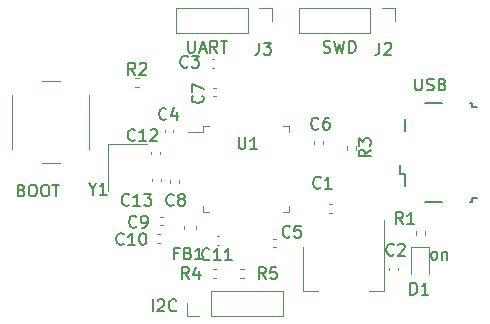
<source format=gbr>
%TF.GenerationSoftware,KiCad,Pcbnew,7.0.2*%
%TF.CreationDate,2023-04-27T00:23:47+05:30*%
%TF.ProjectId,stm32_pcb_design,73746d33-325f-4706-9362-5f6465736967,rev?*%
%TF.SameCoordinates,Original*%
%TF.FileFunction,Legend,Top*%
%TF.FilePolarity,Positive*%
%FSLAX46Y46*%
G04 Gerber Fmt 4.6, Leading zero omitted, Abs format (unit mm)*
G04 Created by KiCad (PCBNEW 7.0.2) date 2023-04-27 00:23:47*
%MOMM*%
%LPD*%
G01*
G04 APERTURE LIST*
%ADD10C,0.150000*%
%ADD11C,0.120000*%
G04 APERTURE END LIST*
D10*
X152015952Y-98415119D02*
X151920714Y-98367500D01*
X151920714Y-98367500D02*
X151873095Y-98319880D01*
X151873095Y-98319880D02*
X151825476Y-98224642D01*
X151825476Y-98224642D02*
X151825476Y-97938928D01*
X151825476Y-97938928D02*
X151873095Y-97843690D01*
X151873095Y-97843690D02*
X151920714Y-97796071D01*
X151920714Y-97796071D02*
X152015952Y-97748452D01*
X152015952Y-97748452D02*
X152158809Y-97748452D01*
X152158809Y-97748452D02*
X152254047Y-97796071D01*
X152254047Y-97796071D02*
X152301666Y-97843690D01*
X152301666Y-97843690D02*
X152349285Y-97938928D01*
X152349285Y-97938928D02*
X152349285Y-98224642D01*
X152349285Y-98224642D02*
X152301666Y-98319880D01*
X152301666Y-98319880D02*
X152254047Y-98367500D01*
X152254047Y-98367500D02*
X152158809Y-98415119D01*
X152158809Y-98415119D02*
X152015952Y-98415119D01*
X152777857Y-97748452D02*
X152777857Y-98415119D01*
X152777857Y-97843690D02*
X152825476Y-97796071D01*
X152825476Y-97796071D02*
X152920714Y-97748452D01*
X152920714Y-97748452D02*
X153063571Y-97748452D01*
X153063571Y-97748452D02*
X153158809Y-97796071D01*
X153158809Y-97796071D02*
X153206428Y-97891309D01*
X153206428Y-97891309D02*
X153206428Y-98415119D01*
X150479095Y-83104019D02*
X150479095Y-83913542D01*
X150479095Y-83913542D02*
X150526714Y-84008780D01*
X150526714Y-84008780D02*
X150574333Y-84056400D01*
X150574333Y-84056400D02*
X150669571Y-84104019D01*
X150669571Y-84104019D02*
X150860047Y-84104019D01*
X150860047Y-84104019D02*
X150955285Y-84056400D01*
X150955285Y-84056400D02*
X151002904Y-84008780D01*
X151002904Y-84008780D02*
X151050523Y-83913542D01*
X151050523Y-83913542D02*
X151050523Y-83104019D01*
X151479095Y-84056400D02*
X151621952Y-84104019D01*
X151621952Y-84104019D02*
X151860047Y-84104019D01*
X151860047Y-84104019D02*
X151955285Y-84056400D01*
X151955285Y-84056400D02*
X152002904Y-84008780D01*
X152002904Y-84008780D02*
X152050523Y-83913542D01*
X152050523Y-83913542D02*
X152050523Y-83818304D01*
X152050523Y-83818304D02*
X152002904Y-83723066D01*
X152002904Y-83723066D02*
X151955285Y-83675447D01*
X151955285Y-83675447D02*
X151860047Y-83627828D01*
X151860047Y-83627828D02*
X151669571Y-83580209D01*
X151669571Y-83580209D02*
X151574333Y-83532590D01*
X151574333Y-83532590D02*
X151526714Y-83484971D01*
X151526714Y-83484971D02*
X151479095Y-83389733D01*
X151479095Y-83389733D02*
X151479095Y-83294495D01*
X151479095Y-83294495D02*
X151526714Y-83199257D01*
X151526714Y-83199257D02*
X151574333Y-83151638D01*
X151574333Y-83151638D02*
X151669571Y-83104019D01*
X151669571Y-83104019D02*
X151907666Y-83104019D01*
X151907666Y-83104019D02*
X152050523Y-83151638D01*
X152812428Y-83580209D02*
X152955285Y-83627828D01*
X152955285Y-83627828D02*
X153002904Y-83675447D01*
X153002904Y-83675447D02*
X153050523Y-83770685D01*
X153050523Y-83770685D02*
X153050523Y-83913542D01*
X153050523Y-83913542D02*
X153002904Y-84008780D01*
X153002904Y-84008780D02*
X152955285Y-84056400D01*
X152955285Y-84056400D02*
X152860047Y-84104019D01*
X152860047Y-84104019D02*
X152479095Y-84104019D01*
X152479095Y-84104019D02*
X152479095Y-83104019D01*
X152479095Y-83104019D02*
X152812428Y-83104019D01*
X152812428Y-83104019D02*
X152907666Y-83151638D01*
X152907666Y-83151638D02*
X152955285Y-83199257D01*
X152955285Y-83199257D02*
X153002904Y-83294495D01*
X153002904Y-83294495D02*
X153002904Y-83389733D01*
X153002904Y-83389733D02*
X152955285Y-83484971D01*
X152955285Y-83484971D02*
X152907666Y-83532590D01*
X152907666Y-83532590D02*
X152812428Y-83580209D01*
X152812428Y-83580209D02*
X152479095Y-83580209D01*
X117157428Y-92546409D02*
X117300285Y-92594028D01*
X117300285Y-92594028D02*
X117347904Y-92641647D01*
X117347904Y-92641647D02*
X117395523Y-92736885D01*
X117395523Y-92736885D02*
X117395523Y-92879742D01*
X117395523Y-92879742D02*
X117347904Y-92974980D01*
X117347904Y-92974980D02*
X117300285Y-93022600D01*
X117300285Y-93022600D02*
X117205047Y-93070219D01*
X117205047Y-93070219D02*
X116824095Y-93070219D01*
X116824095Y-93070219D02*
X116824095Y-92070219D01*
X116824095Y-92070219D02*
X117157428Y-92070219D01*
X117157428Y-92070219D02*
X117252666Y-92117838D01*
X117252666Y-92117838D02*
X117300285Y-92165457D01*
X117300285Y-92165457D02*
X117347904Y-92260695D01*
X117347904Y-92260695D02*
X117347904Y-92355933D01*
X117347904Y-92355933D02*
X117300285Y-92451171D01*
X117300285Y-92451171D02*
X117252666Y-92498790D01*
X117252666Y-92498790D02*
X117157428Y-92546409D01*
X117157428Y-92546409D02*
X116824095Y-92546409D01*
X118014571Y-92070219D02*
X118205047Y-92070219D01*
X118205047Y-92070219D02*
X118300285Y-92117838D01*
X118300285Y-92117838D02*
X118395523Y-92213076D01*
X118395523Y-92213076D02*
X118443142Y-92403552D01*
X118443142Y-92403552D02*
X118443142Y-92736885D01*
X118443142Y-92736885D02*
X118395523Y-92927361D01*
X118395523Y-92927361D02*
X118300285Y-93022600D01*
X118300285Y-93022600D02*
X118205047Y-93070219D01*
X118205047Y-93070219D02*
X118014571Y-93070219D01*
X118014571Y-93070219D02*
X117919333Y-93022600D01*
X117919333Y-93022600D02*
X117824095Y-92927361D01*
X117824095Y-92927361D02*
X117776476Y-92736885D01*
X117776476Y-92736885D02*
X117776476Y-92403552D01*
X117776476Y-92403552D02*
X117824095Y-92213076D01*
X117824095Y-92213076D02*
X117919333Y-92117838D01*
X117919333Y-92117838D02*
X118014571Y-92070219D01*
X119062190Y-92070219D02*
X119252666Y-92070219D01*
X119252666Y-92070219D02*
X119347904Y-92117838D01*
X119347904Y-92117838D02*
X119443142Y-92213076D01*
X119443142Y-92213076D02*
X119490761Y-92403552D01*
X119490761Y-92403552D02*
X119490761Y-92736885D01*
X119490761Y-92736885D02*
X119443142Y-92927361D01*
X119443142Y-92927361D02*
X119347904Y-93022600D01*
X119347904Y-93022600D02*
X119252666Y-93070219D01*
X119252666Y-93070219D02*
X119062190Y-93070219D01*
X119062190Y-93070219D02*
X118966952Y-93022600D01*
X118966952Y-93022600D02*
X118871714Y-92927361D01*
X118871714Y-92927361D02*
X118824095Y-92736885D01*
X118824095Y-92736885D02*
X118824095Y-92403552D01*
X118824095Y-92403552D02*
X118871714Y-92213076D01*
X118871714Y-92213076D02*
X118966952Y-92117838D01*
X118966952Y-92117838D02*
X119062190Y-92070219D01*
X119776476Y-92070219D02*
X120347904Y-92070219D01*
X120062190Y-93070219D02*
X120062190Y-92070219D01*
X128254095Y-102798419D02*
X128254095Y-101798419D01*
X128682666Y-101893657D02*
X128730285Y-101846038D01*
X128730285Y-101846038D02*
X128825523Y-101798419D01*
X128825523Y-101798419D02*
X129063618Y-101798419D01*
X129063618Y-101798419D02*
X129158856Y-101846038D01*
X129158856Y-101846038D02*
X129206475Y-101893657D01*
X129206475Y-101893657D02*
X129254094Y-101988895D01*
X129254094Y-101988895D02*
X129254094Y-102084133D01*
X129254094Y-102084133D02*
X129206475Y-102226990D01*
X129206475Y-102226990D02*
X128635047Y-102798419D01*
X128635047Y-102798419D02*
X129254094Y-102798419D01*
X130254094Y-102703180D02*
X130206475Y-102750800D01*
X130206475Y-102750800D02*
X130063618Y-102798419D01*
X130063618Y-102798419D02*
X129968380Y-102798419D01*
X129968380Y-102798419D02*
X129825523Y-102750800D01*
X129825523Y-102750800D02*
X129730285Y-102655561D01*
X129730285Y-102655561D02*
X129682666Y-102560323D01*
X129682666Y-102560323D02*
X129635047Y-102369847D01*
X129635047Y-102369847D02*
X129635047Y-102226990D01*
X129635047Y-102226990D02*
X129682666Y-102036514D01*
X129682666Y-102036514D02*
X129730285Y-101941276D01*
X129730285Y-101941276D02*
X129825523Y-101846038D01*
X129825523Y-101846038D02*
X129968380Y-101798419D01*
X129968380Y-101798419D02*
X130063618Y-101798419D01*
X130063618Y-101798419D02*
X130206475Y-101846038D01*
X130206475Y-101846038D02*
X130254094Y-101893657D01*
X131251295Y-79903619D02*
X131251295Y-80713142D01*
X131251295Y-80713142D02*
X131298914Y-80808380D01*
X131298914Y-80808380D02*
X131346533Y-80856000D01*
X131346533Y-80856000D02*
X131441771Y-80903619D01*
X131441771Y-80903619D02*
X131632247Y-80903619D01*
X131632247Y-80903619D02*
X131727485Y-80856000D01*
X131727485Y-80856000D02*
X131775104Y-80808380D01*
X131775104Y-80808380D02*
X131822723Y-80713142D01*
X131822723Y-80713142D02*
X131822723Y-79903619D01*
X132251295Y-80617904D02*
X132727485Y-80617904D01*
X132156057Y-80903619D02*
X132489390Y-79903619D01*
X132489390Y-79903619D02*
X132822723Y-80903619D01*
X133727485Y-80903619D02*
X133394152Y-80427428D01*
X133156057Y-80903619D02*
X133156057Y-79903619D01*
X133156057Y-79903619D02*
X133537009Y-79903619D01*
X133537009Y-79903619D02*
X133632247Y-79951238D01*
X133632247Y-79951238D02*
X133679866Y-79998857D01*
X133679866Y-79998857D02*
X133727485Y-80094095D01*
X133727485Y-80094095D02*
X133727485Y-80236952D01*
X133727485Y-80236952D02*
X133679866Y-80332190D01*
X133679866Y-80332190D02*
X133632247Y-80379809D01*
X133632247Y-80379809D02*
X133537009Y-80427428D01*
X133537009Y-80427428D02*
X133156057Y-80427428D01*
X134013200Y-79903619D02*
X134584628Y-79903619D01*
X134298914Y-80903619D02*
X134298914Y-79903619D01*
X142735276Y-80856000D02*
X142878133Y-80903619D01*
X142878133Y-80903619D02*
X143116228Y-80903619D01*
X143116228Y-80903619D02*
X143211466Y-80856000D01*
X143211466Y-80856000D02*
X143259085Y-80808380D01*
X143259085Y-80808380D02*
X143306704Y-80713142D01*
X143306704Y-80713142D02*
X143306704Y-80617904D01*
X143306704Y-80617904D02*
X143259085Y-80522666D01*
X143259085Y-80522666D02*
X143211466Y-80475047D01*
X143211466Y-80475047D02*
X143116228Y-80427428D01*
X143116228Y-80427428D02*
X142925752Y-80379809D01*
X142925752Y-80379809D02*
X142830514Y-80332190D01*
X142830514Y-80332190D02*
X142782895Y-80284571D01*
X142782895Y-80284571D02*
X142735276Y-80189333D01*
X142735276Y-80189333D02*
X142735276Y-80094095D01*
X142735276Y-80094095D02*
X142782895Y-79998857D01*
X142782895Y-79998857D02*
X142830514Y-79951238D01*
X142830514Y-79951238D02*
X142925752Y-79903619D01*
X142925752Y-79903619D02*
X143163847Y-79903619D01*
X143163847Y-79903619D02*
X143306704Y-79951238D01*
X143640038Y-79903619D02*
X143878133Y-80903619D01*
X143878133Y-80903619D02*
X144068609Y-80189333D01*
X144068609Y-80189333D02*
X144259085Y-80903619D01*
X144259085Y-80903619D02*
X144497181Y-79903619D01*
X144878133Y-80903619D02*
X144878133Y-79903619D01*
X144878133Y-79903619D02*
X145116228Y-79903619D01*
X145116228Y-79903619D02*
X145259085Y-79951238D01*
X145259085Y-79951238D02*
X145354323Y-80046476D01*
X145354323Y-80046476D02*
X145401942Y-80141714D01*
X145401942Y-80141714D02*
X145449561Y-80332190D01*
X145449561Y-80332190D02*
X145449561Y-80475047D01*
X145449561Y-80475047D02*
X145401942Y-80665523D01*
X145401942Y-80665523D02*
X145354323Y-80760761D01*
X145354323Y-80760761D02*
X145259085Y-80856000D01*
X145259085Y-80856000D02*
X145116228Y-80903619D01*
X145116228Y-80903619D02*
X144878133Y-80903619D01*
%TO.C,C7*%
X132475380Y-84545466D02*
X132523000Y-84593085D01*
X132523000Y-84593085D02*
X132570619Y-84735942D01*
X132570619Y-84735942D02*
X132570619Y-84831180D01*
X132570619Y-84831180D02*
X132523000Y-84974037D01*
X132523000Y-84974037D02*
X132427761Y-85069275D01*
X132427761Y-85069275D02*
X132332523Y-85116894D01*
X132332523Y-85116894D02*
X132142047Y-85164513D01*
X132142047Y-85164513D02*
X131999190Y-85164513D01*
X131999190Y-85164513D02*
X131808714Y-85116894D01*
X131808714Y-85116894D02*
X131713476Y-85069275D01*
X131713476Y-85069275D02*
X131618238Y-84974037D01*
X131618238Y-84974037D02*
X131570619Y-84831180D01*
X131570619Y-84831180D02*
X131570619Y-84735942D01*
X131570619Y-84735942D02*
X131618238Y-84593085D01*
X131618238Y-84593085D02*
X131665857Y-84545466D01*
X131570619Y-84212132D02*
X131570619Y-83545466D01*
X131570619Y-83545466D02*
X132570619Y-83974037D01*
%TO.C,C6*%
X142301933Y-87311580D02*
X142254314Y-87359200D01*
X142254314Y-87359200D02*
X142111457Y-87406819D01*
X142111457Y-87406819D02*
X142016219Y-87406819D01*
X142016219Y-87406819D02*
X141873362Y-87359200D01*
X141873362Y-87359200D02*
X141778124Y-87263961D01*
X141778124Y-87263961D02*
X141730505Y-87168723D01*
X141730505Y-87168723D02*
X141682886Y-86978247D01*
X141682886Y-86978247D02*
X141682886Y-86835390D01*
X141682886Y-86835390D02*
X141730505Y-86644914D01*
X141730505Y-86644914D02*
X141778124Y-86549676D01*
X141778124Y-86549676D02*
X141873362Y-86454438D01*
X141873362Y-86454438D02*
X142016219Y-86406819D01*
X142016219Y-86406819D02*
X142111457Y-86406819D01*
X142111457Y-86406819D02*
X142254314Y-86454438D01*
X142254314Y-86454438D02*
X142301933Y-86502057D01*
X143159076Y-86406819D02*
X142968600Y-86406819D01*
X142968600Y-86406819D02*
X142873362Y-86454438D01*
X142873362Y-86454438D02*
X142825743Y-86502057D01*
X142825743Y-86502057D02*
X142730505Y-86644914D01*
X142730505Y-86644914D02*
X142682886Y-86835390D01*
X142682886Y-86835390D02*
X142682886Y-87216342D01*
X142682886Y-87216342D02*
X142730505Y-87311580D01*
X142730505Y-87311580D02*
X142778124Y-87359200D01*
X142778124Y-87359200D02*
X142873362Y-87406819D01*
X142873362Y-87406819D02*
X143063838Y-87406819D01*
X143063838Y-87406819D02*
X143159076Y-87359200D01*
X143159076Y-87359200D02*
X143206695Y-87311580D01*
X143206695Y-87311580D02*
X143254314Y-87216342D01*
X143254314Y-87216342D02*
X143254314Y-86978247D01*
X143254314Y-86978247D02*
X143206695Y-86883009D01*
X143206695Y-86883009D02*
X143159076Y-86835390D01*
X143159076Y-86835390D02*
X143063838Y-86787771D01*
X143063838Y-86787771D02*
X142873362Y-86787771D01*
X142873362Y-86787771D02*
X142778124Y-86835390D01*
X142778124Y-86835390D02*
X142730505Y-86883009D01*
X142730505Y-86883009D02*
X142682886Y-86978247D01*
%TO.C,C5*%
X139888933Y-96455580D02*
X139841314Y-96503200D01*
X139841314Y-96503200D02*
X139698457Y-96550819D01*
X139698457Y-96550819D02*
X139603219Y-96550819D01*
X139603219Y-96550819D02*
X139460362Y-96503200D01*
X139460362Y-96503200D02*
X139365124Y-96407961D01*
X139365124Y-96407961D02*
X139317505Y-96312723D01*
X139317505Y-96312723D02*
X139269886Y-96122247D01*
X139269886Y-96122247D02*
X139269886Y-95979390D01*
X139269886Y-95979390D02*
X139317505Y-95788914D01*
X139317505Y-95788914D02*
X139365124Y-95693676D01*
X139365124Y-95693676D02*
X139460362Y-95598438D01*
X139460362Y-95598438D02*
X139603219Y-95550819D01*
X139603219Y-95550819D02*
X139698457Y-95550819D01*
X139698457Y-95550819D02*
X139841314Y-95598438D01*
X139841314Y-95598438D02*
X139888933Y-95646057D01*
X140793695Y-95550819D02*
X140317505Y-95550819D01*
X140317505Y-95550819D02*
X140269886Y-96027009D01*
X140269886Y-96027009D02*
X140317505Y-95979390D01*
X140317505Y-95979390D02*
X140412743Y-95931771D01*
X140412743Y-95931771D02*
X140650838Y-95931771D01*
X140650838Y-95931771D02*
X140746076Y-95979390D01*
X140746076Y-95979390D02*
X140793695Y-96027009D01*
X140793695Y-96027009D02*
X140841314Y-96122247D01*
X140841314Y-96122247D02*
X140841314Y-96360342D01*
X140841314Y-96360342D02*
X140793695Y-96455580D01*
X140793695Y-96455580D02*
X140746076Y-96503200D01*
X140746076Y-96503200D02*
X140650838Y-96550819D01*
X140650838Y-96550819D02*
X140412743Y-96550819D01*
X140412743Y-96550819D02*
X140317505Y-96503200D01*
X140317505Y-96503200D02*
X140269886Y-96455580D01*
%TO.C,Y1*%
X123171009Y-92442428D02*
X123171009Y-92918619D01*
X122837676Y-91918619D02*
X123171009Y-92442428D01*
X123171009Y-92442428D02*
X123504342Y-91918619D01*
X124361485Y-92918619D02*
X123790057Y-92918619D01*
X124075771Y-92918619D02*
X124075771Y-91918619D01*
X124075771Y-91918619D02*
X123980533Y-92061476D01*
X123980533Y-92061476D02*
X123885295Y-92156714D01*
X123885295Y-92156714D02*
X123790057Y-92204333D01*
%TO.C,U1*%
X135534495Y-88057819D02*
X135534495Y-88867342D01*
X135534495Y-88867342D02*
X135582114Y-88962580D01*
X135582114Y-88962580D02*
X135629733Y-89010200D01*
X135629733Y-89010200D02*
X135724971Y-89057819D01*
X135724971Y-89057819D02*
X135915447Y-89057819D01*
X135915447Y-89057819D02*
X136010685Y-89010200D01*
X136010685Y-89010200D02*
X136058304Y-88962580D01*
X136058304Y-88962580D02*
X136105923Y-88867342D01*
X136105923Y-88867342D02*
X136105923Y-88057819D01*
X137105923Y-89057819D02*
X136534495Y-89057819D01*
X136820209Y-89057819D02*
X136820209Y-88057819D01*
X136820209Y-88057819D02*
X136724971Y-88200676D01*
X136724971Y-88200676D02*
X136629733Y-88295914D01*
X136629733Y-88295914D02*
X136534495Y-88343533D01*
%TO.C,R5*%
X137833333Y-100062619D02*
X137500000Y-99586428D01*
X137261905Y-100062619D02*
X137261905Y-99062619D01*
X137261905Y-99062619D02*
X137642857Y-99062619D01*
X137642857Y-99062619D02*
X137738095Y-99110238D01*
X137738095Y-99110238D02*
X137785714Y-99157857D01*
X137785714Y-99157857D02*
X137833333Y-99253095D01*
X137833333Y-99253095D02*
X137833333Y-99395952D01*
X137833333Y-99395952D02*
X137785714Y-99491190D01*
X137785714Y-99491190D02*
X137738095Y-99538809D01*
X137738095Y-99538809D02*
X137642857Y-99586428D01*
X137642857Y-99586428D02*
X137261905Y-99586428D01*
X138738095Y-99062619D02*
X138261905Y-99062619D01*
X138261905Y-99062619D02*
X138214286Y-99538809D01*
X138214286Y-99538809D02*
X138261905Y-99491190D01*
X138261905Y-99491190D02*
X138357143Y-99443571D01*
X138357143Y-99443571D02*
X138595238Y-99443571D01*
X138595238Y-99443571D02*
X138690476Y-99491190D01*
X138690476Y-99491190D02*
X138738095Y-99538809D01*
X138738095Y-99538809D02*
X138785714Y-99634047D01*
X138785714Y-99634047D02*
X138785714Y-99872142D01*
X138785714Y-99872142D02*
X138738095Y-99967380D01*
X138738095Y-99967380D02*
X138690476Y-100015000D01*
X138690476Y-100015000D02*
X138595238Y-100062619D01*
X138595238Y-100062619D02*
X138357143Y-100062619D01*
X138357143Y-100062619D02*
X138261905Y-100015000D01*
X138261905Y-100015000D02*
X138214286Y-99967380D01*
%TO.C,R4*%
X131333333Y-100062619D02*
X131000000Y-99586428D01*
X130761905Y-100062619D02*
X130761905Y-99062619D01*
X130761905Y-99062619D02*
X131142857Y-99062619D01*
X131142857Y-99062619D02*
X131238095Y-99110238D01*
X131238095Y-99110238D02*
X131285714Y-99157857D01*
X131285714Y-99157857D02*
X131333333Y-99253095D01*
X131333333Y-99253095D02*
X131333333Y-99395952D01*
X131333333Y-99395952D02*
X131285714Y-99491190D01*
X131285714Y-99491190D02*
X131238095Y-99538809D01*
X131238095Y-99538809D02*
X131142857Y-99586428D01*
X131142857Y-99586428D02*
X130761905Y-99586428D01*
X132190476Y-99395952D02*
X132190476Y-100062619D01*
X131952381Y-99015000D02*
X131714286Y-99729285D01*
X131714286Y-99729285D02*
X132333333Y-99729285D01*
%TO.C,R1*%
X149439333Y-95407819D02*
X149106000Y-94931628D01*
X148867905Y-95407819D02*
X148867905Y-94407819D01*
X148867905Y-94407819D02*
X149248857Y-94407819D01*
X149248857Y-94407819D02*
X149344095Y-94455438D01*
X149344095Y-94455438D02*
X149391714Y-94503057D01*
X149391714Y-94503057D02*
X149439333Y-94598295D01*
X149439333Y-94598295D02*
X149439333Y-94741152D01*
X149439333Y-94741152D02*
X149391714Y-94836390D01*
X149391714Y-94836390D02*
X149344095Y-94884009D01*
X149344095Y-94884009D02*
X149248857Y-94931628D01*
X149248857Y-94931628D02*
X148867905Y-94931628D01*
X150391714Y-95407819D02*
X149820286Y-95407819D01*
X150106000Y-95407819D02*
X150106000Y-94407819D01*
X150106000Y-94407819D02*
X150010762Y-94550676D01*
X150010762Y-94550676D02*
X149915524Y-94645914D01*
X149915524Y-94645914D02*
X149820286Y-94693533D01*
%TO.C,R3*%
X146717419Y-89119466D02*
X146241228Y-89452799D01*
X146717419Y-89690894D02*
X145717419Y-89690894D01*
X145717419Y-89690894D02*
X145717419Y-89309942D01*
X145717419Y-89309942D02*
X145765038Y-89214704D01*
X145765038Y-89214704D02*
X145812657Y-89167085D01*
X145812657Y-89167085D02*
X145907895Y-89119466D01*
X145907895Y-89119466D02*
X146050752Y-89119466D01*
X146050752Y-89119466D02*
X146145990Y-89167085D01*
X146145990Y-89167085D02*
X146193609Y-89214704D01*
X146193609Y-89214704D02*
X146241228Y-89309942D01*
X146241228Y-89309942D02*
X146241228Y-89690894D01*
X145717419Y-88786132D02*
X145717419Y-88167085D01*
X145717419Y-88167085D02*
X146098371Y-88500418D01*
X146098371Y-88500418D02*
X146098371Y-88357561D01*
X146098371Y-88357561D02*
X146145990Y-88262323D01*
X146145990Y-88262323D02*
X146193609Y-88214704D01*
X146193609Y-88214704D02*
X146288847Y-88167085D01*
X146288847Y-88167085D02*
X146526942Y-88167085D01*
X146526942Y-88167085D02*
X146622180Y-88214704D01*
X146622180Y-88214704D02*
X146669800Y-88262323D01*
X146669800Y-88262323D02*
X146717419Y-88357561D01*
X146717419Y-88357561D02*
X146717419Y-88643275D01*
X146717419Y-88643275D02*
X146669800Y-88738513D01*
X146669800Y-88738513D02*
X146622180Y-88786132D01*
%TO.C,R2*%
X126784533Y-82757019D02*
X126451200Y-82280828D01*
X126213105Y-82757019D02*
X126213105Y-81757019D01*
X126213105Y-81757019D02*
X126594057Y-81757019D01*
X126594057Y-81757019D02*
X126689295Y-81804638D01*
X126689295Y-81804638D02*
X126736914Y-81852257D01*
X126736914Y-81852257D02*
X126784533Y-81947495D01*
X126784533Y-81947495D02*
X126784533Y-82090352D01*
X126784533Y-82090352D02*
X126736914Y-82185590D01*
X126736914Y-82185590D02*
X126689295Y-82233209D01*
X126689295Y-82233209D02*
X126594057Y-82280828D01*
X126594057Y-82280828D02*
X126213105Y-82280828D01*
X127165486Y-81852257D02*
X127213105Y-81804638D01*
X127213105Y-81804638D02*
X127308343Y-81757019D01*
X127308343Y-81757019D02*
X127546438Y-81757019D01*
X127546438Y-81757019D02*
X127641676Y-81804638D01*
X127641676Y-81804638D02*
X127689295Y-81852257D01*
X127689295Y-81852257D02*
X127736914Y-81947495D01*
X127736914Y-81947495D02*
X127736914Y-82042733D01*
X127736914Y-82042733D02*
X127689295Y-82185590D01*
X127689295Y-82185590D02*
X127117867Y-82757019D01*
X127117867Y-82757019D02*
X127736914Y-82757019D01*
%TO.C,J3*%
X137266666Y-80062619D02*
X137266666Y-80776904D01*
X137266666Y-80776904D02*
X137219047Y-80919761D01*
X137219047Y-80919761D02*
X137123809Y-81015000D01*
X137123809Y-81015000D02*
X136980952Y-81062619D01*
X136980952Y-81062619D02*
X136885714Y-81062619D01*
X137647619Y-80062619D02*
X138266666Y-80062619D01*
X138266666Y-80062619D02*
X137933333Y-80443571D01*
X137933333Y-80443571D02*
X138076190Y-80443571D01*
X138076190Y-80443571D02*
X138171428Y-80491190D01*
X138171428Y-80491190D02*
X138219047Y-80538809D01*
X138219047Y-80538809D02*
X138266666Y-80634047D01*
X138266666Y-80634047D02*
X138266666Y-80872142D01*
X138266666Y-80872142D02*
X138219047Y-80967380D01*
X138219047Y-80967380D02*
X138171428Y-81015000D01*
X138171428Y-81015000D02*
X138076190Y-81062619D01*
X138076190Y-81062619D02*
X137790476Y-81062619D01*
X137790476Y-81062619D02*
X137695238Y-81015000D01*
X137695238Y-81015000D02*
X137647619Y-80967380D01*
%TO.C,J2*%
X147466666Y-80062619D02*
X147466666Y-80776904D01*
X147466666Y-80776904D02*
X147419047Y-80919761D01*
X147419047Y-80919761D02*
X147323809Y-81015000D01*
X147323809Y-81015000D02*
X147180952Y-81062619D01*
X147180952Y-81062619D02*
X147085714Y-81062619D01*
X147895238Y-80157857D02*
X147942857Y-80110238D01*
X147942857Y-80110238D02*
X148038095Y-80062619D01*
X148038095Y-80062619D02*
X148276190Y-80062619D01*
X148276190Y-80062619D02*
X148371428Y-80110238D01*
X148371428Y-80110238D02*
X148419047Y-80157857D01*
X148419047Y-80157857D02*
X148466666Y-80253095D01*
X148466666Y-80253095D02*
X148466666Y-80348333D01*
X148466666Y-80348333D02*
X148419047Y-80491190D01*
X148419047Y-80491190D02*
X147847619Y-81062619D01*
X147847619Y-81062619D02*
X148466666Y-81062619D01*
%TO.C,FB1*%
X130408466Y-97881209D02*
X130075133Y-97881209D01*
X130075133Y-98405019D02*
X130075133Y-97405019D01*
X130075133Y-97405019D02*
X130551323Y-97405019D01*
X131265609Y-97881209D02*
X131408466Y-97928828D01*
X131408466Y-97928828D02*
X131456085Y-97976447D01*
X131456085Y-97976447D02*
X131503704Y-98071685D01*
X131503704Y-98071685D02*
X131503704Y-98214542D01*
X131503704Y-98214542D02*
X131456085Y-98309780D01*
X131456085Y-98309780D02*
X131408466Y-98357400D01*
X131408466Y-98357400D02*
X131313228Y-98405019D01*
X131313228Y-98405019D02*
X130932276Y-98405019D01*
X130932276Y-98405019D02*
X130932276Y-97405019D01*
X130932276Y-97405019D02*
X131265609Y-97405019D01*
X131265609Y-97405019D02*
X131360847Y-97452638D01*
X131360847Y-97452638D02*
X131408466Y-97500257D01*
X131408466Y-97500257D02*
X131456085Y-97595495D01*
X131456085Y-97595495D02*
X131456085Y-97690733D01*
X131456085Y-97690733D02*
X131408466Y-97785971D01*
X131408466Y-97785971D02*
X131360847Y-97833590D01*
X131360847Y-97833590D02*
X131265609Y-97881209D01*
X131265609Y-97881209D02*
X130932276Y-97881209D01*
X132456085Y-98405019D02*
X131884657Y-98405019D01*
X132170371Y-98405019D02*
X132170371Y-97405019D01*
X132170371Y-97405019D02*
X132075133Y-97547876D01*
X132075133Y-97547876D02*
X131979895Y-97643114D01*
X131979895Y-97643114D02*
X131884657Y-97690733D01*
%TO.C,D1*%
X150087105Y-101376819D02*
X150087105Y-100376819D01*
X150087105Y-100376819D02*
X150325200Y-100376819D01*
X150325200Y-100376819D02*
X150468057Y-100424438D01*
X150468057Y-100424438D02*
X150563295Y-100519676D01*
X150563295Y-100519676D02*
X150610914Y-100614914D01*
X150610914Y-100614914D02*
X150658533Y-100805390D01*
X150658533Y-100805390D02*
X150658533Y-100948247D01*
X150658533Y-100948247D02*
X150610914Y-101138723D01*
X150610914Y-101138723D02*
X150563295Y-101233961D01*
X150563295Y-101233961D02*
X150468057Y-101329200D01*
X150468057Y-101329200D02*
X150325200Y-101376819D01*
X150325200Y-101376819D02*
X150087105Y-101376819D01*
X151610914Y-101376819D02*
X151039486Y-101376819D01*
X151325200Y-101376819D02*
X151325200Y-100376819D01*
X151325200Y-100376819D02*
X151229962Y-100519676D01*
X151229962Y-100519676D02*
X151134724Y-100614914D01*
X151134724Y-100614914D02*
X151039486Y-100662533D01*
%TO.C,C2*%
X148674133Y-97979780D02*
X148626514Y-98027400D01*
X148626514Y-98027400D02*
X148483657Y-98075019D01*
X148483657Y-98075019D02*
X148388419Y-98075019D01*
X148388419Y-98075019D02*
X148245562Y-98027400D01*
X148245562Y-98027400D02*
X148150324Y-97932161D01*
X148150324Y-97932161D02*
X148102705Y-97836923D01*
X148102705Y-97836923D02*
X148055086Y-97646447D01*
X148055086Y-97646447D02*
X148055086Y-97503590D01*
X148055086Y-97503590D02*
X148102705Y-97313114D01*
X148102705Y-97313114D02*
X148150324Y-97217876D01*
X148150324Y-97217876D02*
X148245562Y-97122638D01*
X148245562Y-97122638D02*
X148388419Y-97075019D01*
X148388419Y-97075019D02*
X148483657Y-97075019D01*
X148483657Y-97075019D02*
X148626514Y-97122638D01*
X148626514Y-97122638D02*
X148674133Y-97170257D01*
X149055086Y-97170257D02*
X149102705Y-97122638D01*
X149102705Y-97122638D02*
X149197943Y-97075019D01*
X149197943Y-97075019D02*
X149436038Y-97075019D01*
X149436038Y-97075019D02*
X149531276Y-97122638D01*
X149531276Y-97122638D02*
X149578895Y-97170257D01*
X149578895Y-97170257D02*
X149626514Y-97265495D01*
X149626514Y-97265495D02*
X149626514Y-97360733D01*
X149626514Y-97360733D02*
X149578895Y-97503590D01*
X149578895Y-97503590D02*
X149007467Y-98075019D01*
X149007467Y-98075019D02*
X149626514Y-98075019D01*
%TO.C,C1*%
X142482333Y-92315380D02*
X142434714Y-92363000D01*
X142434714Y-92363000D02*
X142291857Y-92410619D01*
X142291857Y-92410619D02*
X142196619Y-92410619D01*
X142196619Y-92410619D02*
X142053762Y-92363000D01*
X142053762Y-92363000D02*
X141958524Y-92267761D01*
X141958524Y-92267761D02*
X141910905Y-92172523D01*
X141910905Y-92172523D02*
X141863286Y-91982047D01*
X141863286Y-91982047D02*
X141863286Y-91839190D01*
X141863286Y-91839190D02*
X141910905Y-91648714D01*
X141910905Y-91648714D02*
X141958524Y-91553476D01*
X141958524Y-91553476D02*
X142053762Y-91458238D01*
X142053762Y-91458238D02*
X142196619Y-91410619D01*
X142196619Y-91410619D02*
X142291857Y-91410619D01*
X142291857Y-91410619D02*
X142434714Y-91458238D01*
X142434714Y-91458238D02*
X142482333Y-91505857D01*
X143434714Y-92410619D02*
X142863286Y-92410619D01*
X143149000Y-92410619D02*
X143149000Y-91410619D01*
X143149000Y-91410619D02*
X143053762Y-91553476D01*
X143053762Y-91553476D02*
X142958524Y-91648714D01*
X142958524Y-91648714D02*
X142863286Y-91696333D01*
%TO.C,C13*%
X126255542Y-93763180D02*
X126207923Y-93810800D01*
X126207923Y-93810800D02*
X126065066Y-93858419D01*
X126065066Y-93858419D02*
X125969828Y-93858419D01*
X125969828Y-93858419D02*
X125826971Y-93810800D01*
X125826971Y-93810800D02*
X125731733Y-93715561D01*
X125731733Y-93715561D02*
X125684114Y-93620323D01*
X125684114Y-93620323D02*
X125636495Y-93429847D01*
X125636495Y-93429847D02*
X125636495Y-93286990D01*
X125636495Y-93286990D02*
X125684114Y-93096514D01*
X125684114Y-93096514D02*
X125731733Y-93001276D01*
X125731733Y-93001276D02*
X125826971Y-92906038D01*
X125826971Y-92906038D02*
X125969828Y-92858419D01*
X125969828Y-92858419D02*
X126065066Y-92858419D01*
X126065066Y-92858419D02*
X126207923Y-92906038D01*
X126207923Y-92906038D02*
X126255542Y-92953657D01*
X127207923Y-93858419D02*
X126636495Y-93858419D01*
X126922209Y-93858419D02*
X126922209Y-92858419D01*
X126922209Y-92858419D02*
X126826971Y-93001276D01*
X126826971Y-93001276D02*
X126731733Y-93096514D01*
X126731733Y-93096514D02*
X126636495Y-93144133D01*
X127541257Y-92858419D02*
X128160304Y-92858419D01*
X128160304Y-92858419D02*
X127826971Y-93239371D01*
X127826971Y-93239371D02*
X127969828Y-93239371D01*
X127969828Y-93239371D02*
X128065066Y-93286990D01*
X128065066Y-93286990D02*
X128112685Y-93334609D01*
X128112685Y-93334609D02*
X128160304Y-93429847D01*
X128160304Y-93429847D02*
X128160304Y-93667942D01*
X128160304Y-93667942D02*
X128112685Y-93763180D01*
X128112685Y-93763180D02*
X128065066Y-93810800D01*
X128065066Y-93810800D02*
X127969828Y-93858419D01*
X127969828Y-93858419D02*
X127684114Y-93858419D01*
X127684114Y-93858419D02*
X127588876Y-93810800D01*
X127588876Y-93810800D02*
X127541257Y-93763180D01*
%TO.C,C12*%
X126757142Y-88267380D02*
X126709523Y-88315000D01*
X126709523Y-88315000D02*
X126566666Y-88362619D01*
X126566666Y-88362619D02*
X126471428Y-88362619D01*
X126471428Y-88362619D02*
X126328571Y-88315000D01*
X126328571Y-88315000D02*
X126233333Y-88219761D01*
X126233333Y-88219761D02*
X126185714Y-88124523D01*
X126185714Y-88124523D02*
X126138095Y-87934047D01*
X126138095Y-87934047D02*
X126138095Y-87791190D01*
X126138095Y-87791190D02*
X126185714Y-87600714D01*
X126185714Y-87600714D02*
X126233333Y-87505476D01*
X126233333Y-87505476D02*
X126328571Y-87410238D01*
X126328571Y-87410238D02*
X126471428Y-87362619D01*
X126471428Y-87362619D02*
X126566666Y-87362619D01*
X126566666Y-87362619D02*
X126709523Y-87410238D01*
X126709523Y-87410238D02*
X126757142Y-87457857D01*
X127709523Y-88362619D02*
X127138095Y-88362619D01*
X127423809Y-88362619D02*
X127423809Y-87362619D01*
X127423809Y-87362619D02*
X127328571Y-87505476D01*
X127328571Y-87505476D02*
X127233333Y-87600714D01*
X127233333Y-87600714D02*
X127138095Y-87648333D01*
X128090476Y-87457857D02*
X128138095Y-87410238D01*
X128138095Y-87410238D02*
X128233333Y-87362619D01*
X128233333Y-87362619D02*
X128471428Y-87362619D01*
X128471428Y-87362619D02*
X128566666Y-87410238D01*
X128566666Y-87410238D02*
X128614285Y-87457857D01*
X128614285Y-87457857D02*
X128661904Y-87553095D01*
X128661904Y-87553095D02*
X128661904Y-87648333D01*
X128661904Y-87648333D02*
X128614285Y-87791190D01*
X128614285Y-87791190D02*
X128042857Y-88362619D01*
X128042857Y-88362619D02*
X128661904Y-88362619D01*
%TO.C,C11*%
X133057142Y-98367380D02*
X133009523Y-98415000D01*
X133009523Y-98415000D02*
X132866666Y-98462619D01*
X132866666Y-98462619D02*
X132771428Y-98462619D01*
X132771428Y-98462619D02*
X132628571Y-98415000D01*
X132628571Y-98415000D02*
X132533333Y-98319761D01*
X132533333Y-98319761D02*
X132485714Y-98224523D01*
X132485714Y-98224523D02*
X132438095Y-98034047D01*
X132438095Y-98034047D02*
X132438095Y-97891190D01*
X132438095Y-97891190D02*
X132485714Y-97700714D01*
X132485714Y-97700714D02*
X132533333Y-97605476D01*
X132533333Y-97605476D02*
X132628571Y-97510238D01*
X132628571Y-97510238D02*
X132771428Y-97462619D01*
X132771428Y-97462619D02*
X132866666Y-97462619D01*
X132866666Y-97462619D02*
X133009523Y-97510238D01*
X133009523Y-97510238D02*
X133057142Y-97557857D01*
X134009523Y-98462619D02*
X133438095Y-98462619D01*
X133723809Y-98462619D02*
X133723809Y-97462619D01*
X133723809Y-97462619D02*
X133628571Y-97605476D01*
X133628571Y-97605476D02*
X133533333Y-97700714D01*
X133533333Y-97700714D02*
X133438095Y-97748333D01*
X134961904Y-98462619D02*
X134390476Y-98462619D01*
X134676190Y-98462619D02*
X134676190Y-97462619D01*
X134676190Y-97462619D02*
X134580952Y-97605476D01*
X134580952Y-97605476D02*
X134485714Y-97700714D01*
X134485714Y-97700714D02*
X134390476Y-97748333D01*
%TO.C,C10*%
X125807142Y-97088980D02*
X125759523Y-97136600D01*
X125759523Y-97136600D02*
X125616666Y-97184219D01*
X125616666Y-97184219D02*
X125521428Y-97184219D01*
X125521428Y-97184219D02*
X125378571Y-97136600D01*
X125378571Y-97136600D02*
X125283333Y-97041361D01*
X125283333Y-97041361D02*
X125235714Y-96946123D01*
X125235714Y-96946123D02*
X125188095Y-96755647D01*
X125188095Y-96755647D02*
X125188095Y-96612790D01*
X125188095Y-96612790D02*
X125235714Y-96422314D01*
X125235714Y-96422314D02*
X125283333Y-96327076D01*
X125283333Y-96327076D02*
X125378571Y-96231838D01*
X125378571Y-96231838D02*
X125521428Y-96184219D01*
X125521428Y-96184219D02*
X125616666Y-96184219D01*
X125616666Y-96184219D02*
X125759523Y-96231838D01*
X125759523Y-96231838D02*
X125807142Y-96279457D01*
X126759523Y-97184219D02*
X126188095Y-97184219D01*
X126473809Y-97184219D02*
X126473809Y-96184219D01*
X126473809Y-96184219D02*
X126378571Y-96327076D01*
X126378571Y-96327076D02*
X126283333Y-96422314D01*
X126283333Y-96422314D02*
X126188095Y-96469933D01*
X127378571Y-96184219D02*
X127473809Y-96184219D01*
X127473809Y-96184219D02*
X127569047Y-96231838D01*
X127569047Y-96231838D02*
X127616666Y-96279457D01*
X127616666Y-96279457D02*
X127664285Y-96374695D01*
X127664285Y-96374695D02*
X127711904Y-96565171D01*
X127711904Y-96565171D02*
X127711904Y-96803266D01*
X127711904Y-96803266D02*
X127664285Y-96993742D01*
X127664285Y-96993742D02*
X127616666Y-97088980D01*
X127616666Y-97088980D02*
X127569047Y-97136600D01*
X127569047Y-97136600D02*
X127473809Y-97184219D01*
X127473809Y-97184219D02*
X127378571Y-97184219D01*
X127378571Y-97184219D02*
X127283333Y-97136600D01*
X127283333Y-97136600D02*
X127235714Y-97088980D01*
X127235714Y-97088980D02*
X127188095Y-96993742D01*
X127188095Y-96993742D02*
X127140476Y-96803266D01*
X127140476Y-96803266D02*
X127140476Y-96565171D01*
X127140476Y-96565171D02*
X127188095Y-96374695D01*
X127188095Y-96374695D02*
X127235714Y-96279457D01*
X127235714Y-96279457D02*
X127283333Y-96231838D01*
X127283333Y-96231838D02*
X127378571Y-96184219D01*
%TO.C,C9*%
X126885333Y-95615780D02*
X126837714Y-95663400D01*
X126837714Y-95663400D02*
X126694857Y-95711019D01*
X126694857Y-95711019D02*
X126599619Y-95711019D01*
X126599619Y-95711019D02*
X126456762Y-95663400D01*
X126456762Y-95663400D02*
X126361524Y-95568161D01*
X126361524Y-95568161D02*
X126313905Y-95472923D01*
X126313905Y-95472923D02*
X126266286Y-95282447D01*
X126266286Y-95282447D02*
X126266286Y-95139590D01*
X126266286Y-95139590D02*
X126313905Y-94949114D01*
X126313905Y-94949114D02*
X126361524Y-94853876D01*
X126361524Y-94853876D02*
X126456762Y-94758638D01*
X126456762Y-94758638D02*
X126599619Y-94711019D01*
X126599619Y-94711019D02*
X126694857Y-94711019D01*
X126694857Y-94711019D02*
X126837714Y-94758638D01*
X126837714Y-94758638D02*
X126885333Y-94806257D01*
X127361524Y-95711019D02*
X127552000Y-95711019D01*
X127552000Y-95711019D02*
X127647238Y-95663400D01*
X127647238Y-95663400D02*
X127694857Y-95615780D01*
X127694857Y-95615780D02*
X127790095Y-95472923D01*
X127790095Y-95472923D02*
X127837714Y-95282447D01*
X127837714Y-95282447D02*
X127837714Y-94901495D01*
X127837714Y-94901495D02*
X127790095Y-94806257D01*
X127790095Y-94806257D02*
X127742476Y-94758638D01*
X127742476Y-94758638D02*
X127647238Y-94711019D01*
X127647238Y-94711019D02*
X127456762Y-94711019D01*
X127456762Y-94711019D02*
X127361524Y-94758638D01*
X127361524Y-94758638D02*
X127313905Y-94806257D01*
X127313905Y-94806257D02*
X127266286Y-94901495D01*
X127266286Y-94901495D02*
X127266286Y-95139590D01*
X127266286Y-95139590D02*
X127313905Y-95234828D01*
X127313905Y-95234828D02*
X127361524Y-95282447D01*
X127361524Y-95282447D02*
X127456762Y-95330066D01*
X127456762Y-95330066D02*
X127647238Y-95330066D01*
X127647238Y-95330066D02*
X127742476Y-95282447D01*
X127742476Y-95282447D02*
X127790095Y-95234828D01*
X127790095Y-95234828D02*
X127837714Y-95139590D01*
%TO.C,C8*%
X130033333Y-93767380D02*
X129985714Y-93815000D01*
X129985714Y-93815000D02*
X129842857Y-93862619D01*
X129842857Y-93862619D02*
X129747619Y-93862619D01*
X129747619Y-93862619D02*
X129604762Y-93815000D01*
X129604762Y-93815000D02*
X129509524Y-93719761D01*
X129509524Y-93719761D02*
X129461905Y-93624523D01*
X129461905Y-93624523D02*
X129414286Y-93434047D01*
X129414286Y-93434047D02*
X129414286Y-93291190D01*
X129414286Y-93291190D02*
X129461905Y-93100714D01*
X129461905Y-93100714D02*
X129509524Y-93005476D01*
X129509524Y-93005476D02*
X129604762Y-92910238D01*
X129604762Y-92910238D02*
X129747619Y-92862619D01*
X129747619Y-92862619D02*
X129842857Y-92862619D01*
X129842857Y-92862619D02*
X129985714Y-92910238D01*
X129985714Y-92910238D02*
X130033333Y-92957857D01*
X130604762Y-93291190D02*
X130509524Y-93243571D01*
X130509524Y-93243571D02*
X130461905Y-93195952D01*
X130461905Y-93195952D02*
X130414286Y-93100714D01*
X130414286Y-93100714D02*
X130414286Y-93053095D01*
X130414286Y-93053095D02*
X130461905Y-92957857D01*
X130461905Y-92957857D02*
X130509524Y-92910238D01*
X130509524Y-92910238D02*
X130604762Y-92862619D01*
X130604762Y-92862619D02*
X130795238Y-92862619D01*
X130795238Y-92862619D02*
X130890476Y-92910238D01*
X130890476Y-92910238D02*
X130938095Y-92957857D01*
X130938095Y-92957857D02*
X130985714Y-93053095D01*
X130985714Y-93053095D02*
X130985714Y-93100714D01*
X130985714Y-93100714D02*
X130938095Y-93195952D01*
X130938095Y-93195952D02*
X130890476Y-93243571D01*
X130890476Y-93243571D02*
X130795238Y-93291190D01*
X130795238Y-93291190D02*
X130604762Y-93291190D01*
X130604762Y-93291190D02*
X130509524Y-93338809D01*
X130509524Y-93338809D02*
X130461905Y-93386428D01*
X130461905Y-93386428D02*
X130414286Y-93481666D01*
X130414286Y-93481666D02*
X130414286Y-93672142D01*
X130414286Y-93672142D02*
X130461905Y-93767380D01*
X130461905Y-93767380D02*
X130509524Y-93815000D01*
X130509524Y-93815000D02*
X130604762Y-93862619D01*
X130604762Y-93862619D02*
X130795238Y-93862619D01*
X130795238Y-93862619D02*
X130890476Y-93815000D01*
X130890476Y-93815000D02*
X130938095Y-93767380D01*
X130938095Y-93767380D02*
X130985714Y-93672142D01*
X130985714Y-93672142D02*
X130985714Y-93481666D01*
X130985714Y-93481666D02*
X130938095Y-93386428D01*
X130938095Y-93386428D02*
X130890476Y-93338809D01*
X130890476Y-93338809D02*
X130795238Y-93291190D01*
%TO.C,C3*%
X131233333Y-82067380D02*
X131185714Y-82115000D01*
X131185714Y-82115000D02*
X131042857Y-82162619D01*
X131042857Y-82162619D02*
X130947619Y-82162619D01*
X130947619Y-82162619D02*
X130804762Y-82115000D01*
X130804762Y-82115000D02*
X130709524Y-82019761D01*
X130709524Y-82019761D02*
X130661905Y-81924523D01*
X130661905Y-81924523D02*
X130614286Y-81734047D01*
X130614286Y-81734047D02*
X130614286Y-81591190D01*
X130614286Y-81591190D02*
X130661905Y-81400714D01*
X130661905Y-81400714D02*
X130709524Y-81305476D01*
X130709524Y-81305476D02*
X130804762Y-81210238D01*
X130804762Y-81210238D02*
X130947619Y-81162619D01*
X130947619Y-81162619D02*
X131042857Y-81162619D01*
X131042857Y-81162619D02*
X131185714Y-81210238D01*
X131185714Y-81210238D02*
X131233333Y-81257857D01*
X131566667Y-81162619D02*
X132185714Y-81162619D01*
X132185714Y-81162619D02*
X131852381Y-81543571D01*
X131852381Y-81543571D02*
X131995238Y-81543571D01*
X131995238Y-81543571D02*
X132090476Y-81591190D01*
X132090476Y-81591190D02*
X132138095Y-81638809D01*
X132138095Y-81638809D02*
X132185714Y-81734047D01*
X132185714Y-81734047D02*
X132185714Y-81972142D01*
X132185714Y-81972142D02*
X132138095Y-82067380D01*
X132138095Y-82067380D02*
X132090476Y-82115000D01*
X132090476Y-82115000D02*
X131995238Y-82162619D01*
X131995238Y-82162619D02*
X131709524Y-82162619D01*
X131709524Y-82162619D02*
X131614286Y-82115000D01*
X131614286Y-82115000D02*
X131566667Y-82067380D01*
%TO.C,C4*%
X129424933Y-86495780D02*
X129377314Y-86543400D01*
X129377314Y-86543400D02*
X129234457Y-86591019D01*
X129234457Y-86591019D02*
X129139219Y-86591019D01*
X129139219Y-86591019D02*
X128996362Y-86543400D01*
X128996362Y-86543400D02*
X128901124Y-86448161D01*
X128901124Y-86448161D02*
X128853505Y-86352923D01*
X128853505Y-86352923D02*
X128805886Y-86162447D01*
X128805886Y-86162447D02*
X128805886Y-86019590D01*
X128805886Y-86019590D02*
X128853505Y-85829114D01*
X128853505Y-85829114D02*
X128901124Y-85733876D01*
X128901124Y-85733876D02*
X128996362Y-85638638D01*
X128996362Y-85638638D02*
X129139219Y-85591019D01*
X129139219Y-85591019D02*
X129234457Y-85591019D01*
X129234457Y-85591019D02*
X129377314Y-85638638D01*
X129377314Y-85638638D02*
X129424933Y-85686257D01*
X130282076Y-85924352D02*
X130282076Y-86591019D01*
X130043981Y-85543400D02*
X129805886Y-86257685D01*
X129805886Y-86257685D02*
X130424933Y-86257685D01*
D11*
%TO.C,SW1*%
X118884000Y-90266400D02*
X120384000Y-90266400D01*
X122884000Y-89016400D02*
X122884000Y-84516400D01*
X120384000Y-83266400D02*
X118884000Y-83266400D01*
X116384000Y-84516400D02*
X116384000Y-89016400D01*
%TO.C,C7*%
X133371764Y-84586400D02*
X133587436Y-84586400D01*
X133371764Y-83866400D02*
X133587436Y-83866400D01*
%TO.C,C6*%
X141940000Y-88392164D02*
X141940000Y-88607836D01*
X142660000Y-88392164D02*
X142660000Y-88607836D01*
%TO.C,C5*%
X138690236Y-96668000D02*
X138474564Y-96668000D01*
X138690236Y-97388000D02*
X138474564Y-97388000D01*
%TO.C,Y1*%
X124500000Y-88600000D02*
X124500000Y-92600000D01*
X127800000Y-88600000D02*
X124500000Y-88600000D01*
%TO.C,U2*%
X147810000Y-95100000D02*
X147810000Y-101110000D01*
X140990000Y-97350000D02*
X140990000Y-101110000D01*
X140990000Y-101110000D02*
X142250000Y-101110000D01*
X147810000Y-101110000D02*
X146550000Y-101110000D01*
%TO.C,U1*%
X139322500Y-87140000D02*
X139772500Y-87140000D01*
X132552500Y-94360000D02*
X132552500Y-93910000D01*
X132552500Y-87140000D02*
X132552500Y-87590000D01*
X139322500Y-94360000D02*
X139772500Y-94360000D01*
X139772500Y-94360000D02*
X139772500Y-93910000D01*
X133002500Y-87140000D02*
X132552500Y-87140000D01*
X133002500Y-94360000D02*
X132552500Y-94360000D01*
X132552500Y-87590000D02*
X131262500Y-87590000D01*
X139772500Y-87140000D02*
X139772500Y-87590000D01*
%TO.C,R5*%
X135646359Y-99220000D02*
X135953641Y-99220000D01*
X135646359Y-99980000D02*
X135953641Y-99980000D01*
%TO.C,R4*%
X133653641Y-99980000D02*
X133346359Y-99980000D01*
X133653641Y-99220000D02*
X133346359Y-99220000D01*
%TO.C,R1*%
X151280000Y-96333641D02*
X151280000Y-96026359D01*
X150520000Y-96333641D02*
X150520000Y-96026359D01*
%TO.C,R3*%
X145464800Y-88799159D02*
X145464800Y-89106441D01*
X144704800Y-88799159D02*
X144704800Y-89106441D01*
%TO.C,R2*%
X126797559Y-83844400D02*
X127104841Y-83844400D01*
X126797559Y-83084400D02*
X127104841Y-83084400D01*
%TO.C,J4*%
X133200000Y-101040000D02*
X139260000Y-101040000D01*
X133200000Y-103160000D02*
X133200000Y-101040000D01*
X131140000Y-103160000D02*
X131140000Y-102100000D01*
X139260000Y-103160000D02*
X139260000Y-101040000D01*
X132200000Y-103160000D02*
X131140000Y-103160000D01*
X133200000Y-103160000D02*
X139260000Y-103160000D01*
%TO.C,J3*%
X136300000Y-79260000D02*
X130240000Y-79260000D01*
X136300000Y-77140000D02*
X136300000Y-79260000D01*
X138360000Y-77140000D02*
X138360000Y-78200000D01*
X130240000Y-77140000D02*
X130240000Y-79260000D01*
X137300000Y-77140000D02*
X138360000Y-77140000D01*
X136300000Y-77140000D02*
X130240000Y-77140000D01*
%TO.C,J2*%
X146700000Y-79260000D02*
X140640000Y-79260000D01*
X146700000Y-77140000D02*
X146700000Y-79260000D01*
X148760000Y-77140000D02*
X148760000Y-78200000D01*
X140640000Y-77140000D02*
X140640000Y-79260000D01*
X147700000Y-77140000D02*
X148760000Y-77140000D01*
X146700000Y-77140000D02*
X140640000Y-77140000D01*
D10*
%TO.C,J1*%
X149588600Y-91152600D02*
X149588600Y-92152600D01*
X155288600Y-93202600D02*
X155738600Y-93202600D01*
X155138600Y-93502600D02*
X155288600Y-93502600D01*
X149163600Y-91152600D02*
X149588600Y-91152600D01*
X152738600Y-85202600D02*
X151338600Y-85202600D01*
X155288600Y-93502600D02*
X155288600Y-93202600D01*
X149163600Y-90427600D02*
X149163600Y-91152600D01*
X151338600Y-93502600D02*
X152738600Y-93502600D01*
X155738600Y-85502600D02*
X155288600Y-85502600D01*
X155288600Y-85202600D02*
X155138600Y-85202600D01*
X155288600Y-85502600D02*
X155288600Y-85202600D01*
X149588600Y-87552600D02*
X149588600Y-86552600D01*
D11*
%TO.C,FB1*%
X130890000Y-95537221D02*
X130890000Y-95862779D01*
X131910000Y-95537221D02*
X131910000Y-95862779D01*
%TO.C,D1*%
X151635000Y-99680000D02*
X151635000Y-97395000D01*
X151635000Y-97395000D02*
X150165000Y-97395000D01*
X150165000Y-97395000D02*
X150165000Y-99680000D01*
%TO.C,C2*%
X149000800Y-99320236D02*
X149000800Y-99104564D01*
X148280800Y-99320236D02*
X148280800Y-99104564D01*
%TO.C,C1*%
X143198964Y-94467000D02*
X143414636Y-94467000D01*
X143198964Y-93747000D02*
X143414636Y-93747000D01*
%TO.C,C13*%
X128240000Y-91592164D02*
X128240000Y-91807836D01*
X128960000Y-91592164D02*
X128960000Y-91807836D01*
%TO.C,C12*%
X128140000Y-89507836D02*
X128140000Y-89292164D01*
X128860000Y-89507836D02*
X128860000Y-89292164D01*
%TO.C,C11*%
X133692164Y-97160000D02*
X133907836Y-97160000D01*
X133692164Y-96440000D02*
X133907836Y-96440000D01*
%TO.C,C10*%
X128857836Y-96981600D02*
X128642164Y-96981600D01*
X128857836Y-96261600D02*
X128642164Y-96261600D01*
%TO.C,C9*%
X129139836Y-94788400D02*
X128924164Y-94788400D01*
X129139836Y-95508400D02*
X128924164Y-95508400D01*
%TO.C,C8*%
X130460000Y-91927836D02*
X130460000Y-91712164D01*
X129740000Y-91927836D02*
X129740000Y-91712164D01*
%TO.C,C3*%
X133272164Y-82160000D02*
X133487836Y-82160000D01*
X133272164Y-81440000D02*
X133487836Y-81440000D01*
%TO.C,C4*%
X130001600Y-87636236D02*
X130001600Y-87420564D01*
X129281600Y-87636236D02*
X129281600Y-87420564D01*
%TD*%
M02*

</source>
